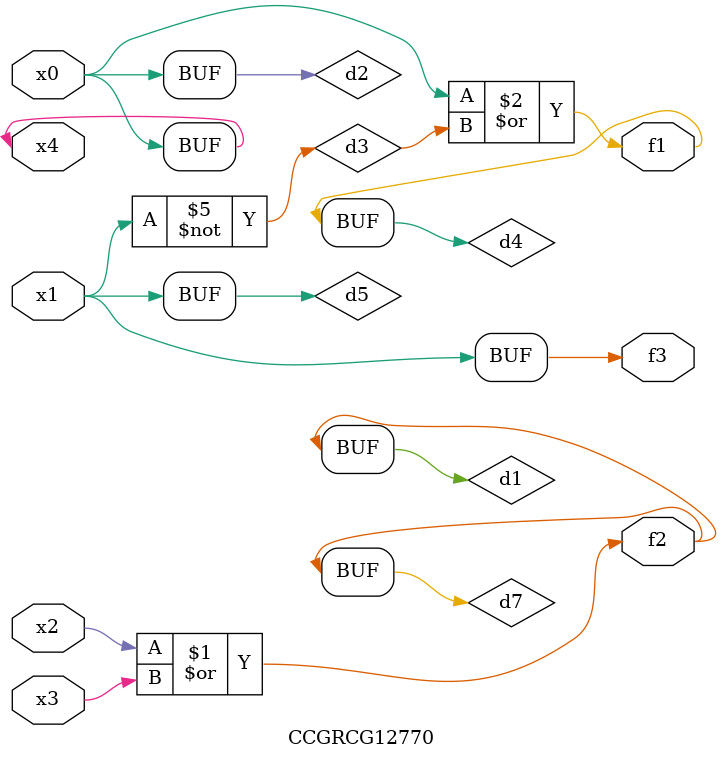
<source format=v>
module CCGRCG12770(
	input x0, x1, x2, x3, x4,
	output f1, f2, f3
);

	wire d1, d2, d3, d4, d5, d6, d7;

	or (d1, x2, x3);
	buf (d2, x0, x4);
	not (d3, x1);
	or (d4, d2, d3);
	not (d5, d3);
	nand (d6, d1, d3);
	or (d7, d1);
	assign f1 = d4;
	assign f2 = d7;
	assign f3 = d5;
endmodule

</source>
